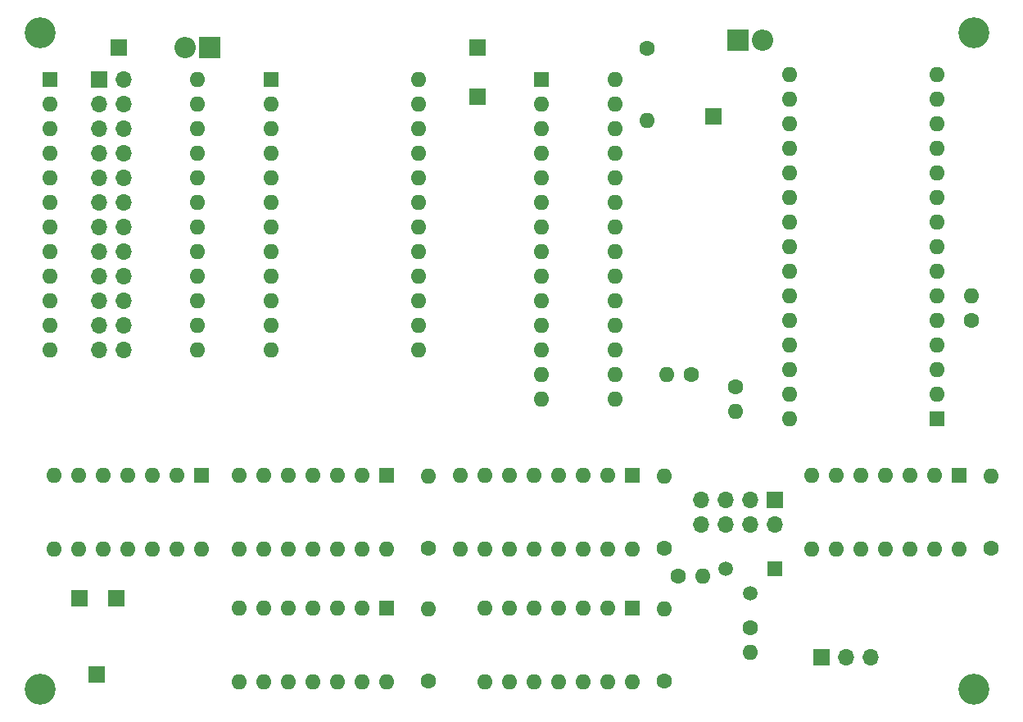
<source format=gbs>
G04 #@! TF.GenerationSoftware,KiCad,Pcbnew,(6.0.0)*
G04 #@! TF.CreationDate,2022-11-09T00:09:39-05:00*
G04 #@! TF.ProjectId,io_i2c,696f5f69-3263-42e6-9b69-6361645f7063,rev?*
G04 #@! TF.SameCoordinates,Original*
G04 #@! TF.FileFunction,Soldermask,Bot*
G04 #@! TF.FilePolarity,Negative*
%FSLAX46Y46*%
G04 Gerber Fmt 4.6, Leading zero omitted, Abs format (unit mm)*
G04 Created by KiCad (PCBNEW (6.0.0)) date 2022-11-09 00:09:39*
%MOMM*%
%LPD*%
G01*
G04 APERTURE LIST*
%ADD10C,1.600000*%
%ADD11O,1.600000X1.600000*%
%ADD12R,1.600000X1.600000*%
%ADD13C,3.200000*%
%ADD14R,1.700000X1.700000*%
%ADD15R,2.200000X2.200000*%
%ADD16O,2.200000X2.200000*%
%ADD17O,1.700000X1.700000*%
%ADD18R,1.500000X1.500000*%
%ADD19C,1.500000*%
G04 APERTURE END LIST*
D10*
X128270000Y-150562000D03*
D11*
X128270000Y-143062000D03*
D12*
X149352000Y-156718000D03*
D11*
X146812000Y-156718000D03*
X144272000Y-156718000D03*
X141732000Y-156718000D03*
X139192000Y-156718000D03*
X136652000Y-156718000D03*
X134112000Y-156718000D03*
X134112000Y-164338000D03*
X136652000Y-164338000D03*
X139192000Y-164338000D03*
X141732000Y-164338000D03*
X144272000Y-164338000D03*
X146812000Y-164338000D03*
X149352000Y-164338000D03*
D13*
X184658000Y-97282000D03*
D12*
X89154000Y-102108000D03*
D11*
X89154000Y-104648000D03*
X89154000Y-107188000D03*
X89154000Y-109728000D03*
X89154000Y-112268000D03*
X89154000Y-114808000D03*
X89154000Y-117348000D03*
X89154000Y-119888000D03*
X89154000Y-122428000D03*
X89154000Y-124968000D03*
X89154000Y-127508000D03*
X89154000Y-130048000D03*
X104394000Y-130048000D03*
X104394000Y-127508000D03*
X104394000Y-124968000D03*
X104394000Y-122428000D03*
X104394000Y-119888000D03*
X104394000Y-117348000D03*
X104394000Y-114808000D03*
X104394000Y-112268000D03*
X104394000Y-109728000D03*
X104394000Y-107188000D03*
X104394000Y-104648000D03*
X104394000Y-102108000D03*
D14*
X93980000Y-163576000D03*
D10*
X128270000Y-164278000D03*
D11*
X128270000Y-156778000D03*
D12*
X123957000Y-156728000D03*
D11*
X121417000Y-156728000D03*
X118877000Y-156728000D03*
X116337000Y-156728000D03*
X113797000Y-156728000D03*
X111257000Y-156728000D03*
X108717000Y-156728000D03*
X108717000Y-164348000D03*
X111257000Y-164348000D03*
X113797000Y-164348000D03*
X116337000Y-164348000D03*
X118877000Y-164348000D03*
X121417000Y-164348000D03*
X123957000Y-164348000D03*
D15*
X105664000Y-98806000D03*
D16*
X103124000Y-98806000D03*
D10*
X155448000Y-132588000D03*
D11*
X152908000Y-132588000D03*
D15*
X160274000Y-98044000D03*
D16*
X162814000Y-98044000D03*
D14*
X164074000Y-145537000D03*
D17*
X164074000Y-148077000D03*
X161534000Y-145537000D03*
X161534000Y-148077000D03*
X158994000Y-145537000D03*
X158994000Y-148077000D03*
X156454000Y-145537000D03*
X156454000Y-148077000D03*
D10*
X150876000Y-98866000D03*
D11*
X150876000Y-106366000D03*
D10*
X154149000Y-153416000D03*
D11*
X156689000Y-153416000D03*
D12*
X112014000Y-102108000D03*
D11*
X112014000Y-104648000D03*
X112014000Y-107188000D03*
X112014000Y-109728000D03*
X112014000Y-112268000D03*
X112014000Y-114808000D03*
X112014000Y-117348000D03*
X112014000Y-119888000D03*
X112014000Y-122428000D03*
X112014000Y-124968000D03*
X112014000Y-127508000D03*
X112014000Y-130048000D03*
X127254000Y-130048000D03*
X127254000Y-127508000D03*
X127254000Y-124968000D03*
X127254000Y-122428000D03*
X127254000Y-119888000D03*
X127254000Y-117348000D03*
X127254000Y-114808000D03*
X127254000Y-112268000D03*
X127254000Y-109728000D03*
X127254000Y-107188000D03*
X127254000Y-104648000D03*
X127254000Y-102108000D03*
D12*
X139954000Y-102108000D03*
D11*
X139954000Y-104648000D03*
X139954000Y-107188000D03*
X139954000Y-109728000D03*
X139954000Y-112268000D03*
X139954000Y-114808000D03*
X139954000Y-117348000D03*
X139954000Y-119888000D03*
X139954000Y-122428000D03*
X139954000Y-124968000D03*
X139954000Y-127508000D03*
X139954000Y-130048000D03*
X139954000Y-132588000D03*
X139954000Y-135128000D03*
X147574000Y-135128000D03*
X147574000Y-132588000D03*
X147574000Y-130048000D03*
X147574000Y-127508000D03*
X147574000Y-124968000D03*
X147574000Y-122428000D03*
X147574000Y-119888000D03*
X147574000Y-117348000D03*
X147574000Y-114808000D03*
X147574000Y-112268000D03*
X147574000Y-109728000D03*
X147574000Y-107188000D03*
X147574000Y-104648000D03*
X147574000Y-102108000D03*
D14*
X157734000Y-105918000D03*
D12*
X149352000Y-143012000D03*
D11*
X146812000Y-143012000D03*
X144272000Y-143012000D03*
X141732000Y-143012000D03*
X139192000Y-143012000D03*
X136652000Y-143012000D03*
X134112000Y-143012000D03*
X131572000Y-143012000D03*
X131572000Y-150632000D03*
X134112000Y-150632000D03*
X136652000Y-150632000D03*
X139192000Y-150632000D03*
X141732000Y-150632000D03*
X144272000Y-150632000D03*
X146812000Y-150632000D03*
X149352000Y-150632000D03*
D13*
X88138000Y-97282000D03*
D14*
X94234000Y-102108000D03*
D17*
X96774000Y-102108000D03*
X94234000Y-104648000D03*
X96774000Y-104648000D03*
X94234000Y-107188000D03*
X96774000Y-107188000D03*
X94234000Y-109728000D03*
X96774000Y-109728000D03*
X94234000Y-112268000D03*
X96774000Y-112268000D03*
X94234000Y-114808000D03*
X96774000Y-114808000D03*
X94234000Y-117348000D03*
X96774000Y-117348000D03*
X94234000Y-119888000D03*
X96774000Y-119888000D03*
X94234000Y-122428000D03*
X96774000Y-122428000D03*
X94234000Y-124968000D03*
X96774000Y-124968000D03*
X94234000Y-127508000D03*
X96774000Y-127508000D03*
X94234000Y-130048000D03*
X96774000Y-130048000D03*
D12*
X123957000Y-143012000D03*
D11*
X121417000Y-143012000D03*
X118877000Y-143012000D03*
X116337000Y-143012000D03*
X113797000Y-143012000D03*
X111257000Y-143012000D03*
X108717000Y-143012000D03*
X108717000Y-150632000D03*
X111257000Y-150632000D03*
X113797000Y-150632000D03*
X116337000Y-150632000D03*
X118877000Y-150632000D03*
X121417000Y-150632000D03*
X123957000Y-150632000D03*
D18*
X164084000Y-152646000D03*
D19*
X161544000Y-155186000D03*
X159004000Y-152646000D03*
D14*
X133350000Y-103886000D03*
D13*
X88138000Y-165100000D03*
D10*
X186436000Y-150562000D03*
D11*
X186436000Y-143062000D03*
D12*
X180848000Y-137160000D03*
D11*
X180848000Y-134620000D03*
X180848000Y-132080000D03*
X180848000Y-129540000D03*
X180848000Y-127000000D03*
X180848000Y-124460000D03*
X180848000Y-121920000D03*
X180848000Y-119380000D03*
X180848000Y-116840000D03*
X180848000Y-114300000D03*
X180848000Y-111760000D03*
X180848000Y-109220000D03*
X180848000Y-106680000D03*
X180848000Y-104140000D03*
X180848000Y-101600000D03*
X165608000Y-101600000D03*
X165608000Y-104140000D03*
X165608000Y-106680000D03*
X165608000Y-109220000D03*
X165608000Y-111760000D03*
X165608000Y-114300000D03*
X165608000Y-116840000D03*
X165608000Y-119380000D03*
X165608000Y-121920000D03*
X165608000Y-124460000D03*
X165608000Y-127000000D03*
X165608000Y-129540000D03*
X165608000Y-132080000D03*
X165608000Y-134620000D03*
X165608000Y-137160000D03*
D10*
X160020000Y-133829000D03*
D11*
X160020000Y-136369000D03*
D14*
X96266000Y-98806000D03*
X133350000Y-98806000D03*
D12*
X183139000Y-143012000D03*
D11*
X180599000Y-143012000D03*
X178059000Y-143012000D03*
X175519000Y-143012000D03*
X172979000Y-143012000D03*
X170439000Y-143012000D03*
X167899000Y-143012000D03*
X167899000Y-150632000D03*
X170439000Y-150632000D03*
X172979000Y-150632000D03*
X175519000Y-150632000D03*
X178059000Y-150632000D03*
X180599000Y-150632000D03*
X183139000Y-150632000D03*
D12*
X104887000Y-143012000D03*
D11*
X102347000Y-143012000D03*
X99807000Y-143012000D03*
X97267000Y-143012000D03*
X94727000Y-143012000D03*
X92187000Y-143012000D03*
X89647000Y-143012000D03*
X89647000Y-150632000D03*
X92187000Y-150632000D03*
X94727000Y-150632000D03*
X97267000Y-150632000D03*
X99807000Y-150632000D03*
X102347000Y-150632000D03*
X104887000Y-150632000D03*
D14*
X168925000Y-161798000D03*
D17*
X171465000Y-161798000D03*
X174005000Y-161798000D03*
D10*
X152649000Y-164268000D03*
D11*
X152649000Y-156768000D03*
D10*
X152654000Y-150562000D03*
D11*
X152654000Y-143062000D03*
D13*
X184658000Y-165100000D03*
D10*
X184404000Y-127029000D03*
D11*
X184404000Y-124489000D03*
D14*
X92202000Y-155702000D03*
X96012000Y-155702000D03*
D10*
X161544000Y-158721000D03*
D11*
X161544000Y-161261000D03*
M02*

</source>
